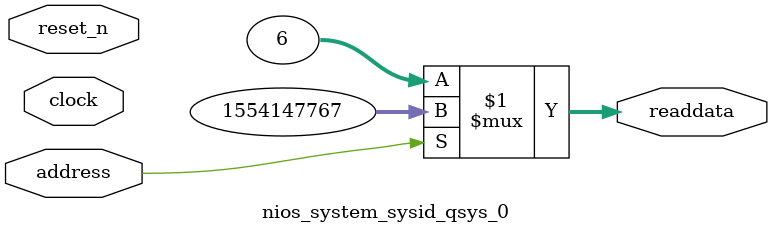
<source format=v>



// synthesis translate_off
`timescale 1ns / 1ps
// synthesis translate_on

// turn off superfluous verilog processor warnings 
// altera message_level Level1 
// altera message_off 10034 10035 10036 10037 10230 10240 10030 

module nios_system_sysid_qsys_0 (
               // inputs:
                address,
                clock,
                reset_n,

               // outputs:
                readdata
             )
;

  output  [ 31: 0] readdata;
  input            address;
  input            clock;
  input            reset_n;

  wire    [ 31: 0] readdata;
  //control_slave, which is an e_avalon_slave
  assign readdata = address ? 1554147767 : 6;

endmodule



</source>
